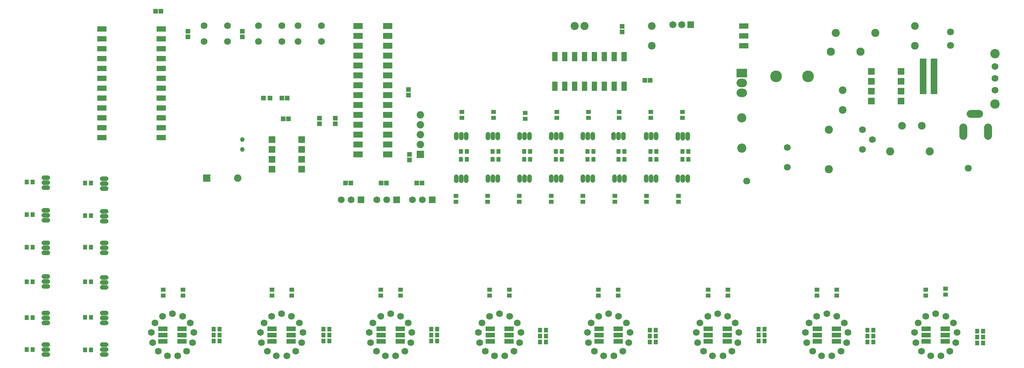
<source format=gts>
G04 ---------------------------- Layer name :TOP SOLDER LAYER*
G04 EasyEDA v5.7.26, Tue, 02 Oct 2018 14:10:42 GMT*
G04 d626412caae04d108c206bade24e6f6f*
G04 Gerber Generator version 0.2*
G04 Scale: 100 percent, Rotated: No, Reflected: No *
G04 Dimensions in millimeters *
G04 leading zeros omitted , absolute positions ,3 integer and 3 decimal *
%FSLAX33Y33*%
%MOMM*%
G90*
G71D02*

%ADD13C,1.203198*%
%ADD15C,1.803197*%
%ADD16R,1.303198X1.203198*%
%ADD17R,1.203198X1.303198*%
%ADD18R,1.803400X2.004060*%
%ADD19R,1.295400X1.193800*%
%ADD20R,1.117600X1.219200*%
%ADD21R,1.219200X1.117600*%
%ADD22R,2.403196X1.303198*%
%ADD23C,1.816100*%
%ADD24R,1.816100X1.816100*%
%ADD25C,2.082800*%
%ADD26R,1.903197X1.903197*%
%ADD27C,1.903197*%
%ADD28C,1.727200*%
%ADD29C,2.108200*%
%ADD30R,2.703195X2.203196*%
%ADD31C,2.362200*%
%ADD32C,1.981200*%
%ADD33C,3.003296*%
%ADD34R,1.727200X1.727200*%
%ADD35R,2.385060X1.414780*%
%ADD36C,2.403196*%
%ADD37R,1.803400X1.803400*%
%ADD38R,1.414780X2.385060*%
%ADD39R,2.402840X1.602740*%
%ADD40C,2.203196*%
%ADD41C,2.003196*%

%LPD*%
G54D13*
G01X181990Y55507D02*
G01X181990Y56506D01*
G01X180720Y55507D02*
G01X180720Y56506D01*
G01X179450Y55507D02*
G01X179450Y56506D01*
G01X179452Y67427D02*
G01X179452Y66427D01*
G01X180722Y67427D02*
G01X180722Y66427D01*
G01X181992Y67427D02*
G01X181992Y66427D01*
G01X171322Y67428D02*
G01X171322Y66429D01*
G01X172592Y67428D02*
G01X172592Y66429D01*
G01X173862Y67428D02*
G01X173862Y66429D01*
G01X162940Y67428D02*
G01X162940Y66429D01*
G01X164210Y67428D02*
G01X164210Y66429D01*
G01X165480Y67428D02*
G01X165480Y66429D01*
G01X155066Y67428D02*
G01X155066Y66429D01*
G01X156336Y67428D02*
G01X156336Y66429D01*
G01X157606Y67428D02*
G01X157606Y66429D01*
G01X146938Y67428D02*
G01X146938Y66429D01*
G01X148208Y67428D02*
G01X148208Y66429D01*
G01X149478Y67428D02*
G01X149478Y66429D01*
G01X138810Y67428D02*
G01X138810Y66429D01*
G01X140080Y67428D02*
G01X140080Y66429D01*
G01X141350Y67428D02*
G01X141350Y66429D01*
G01X130682Y67428D02*
G01X130682Y66429D01*
G01X131952Y67428D02*
G01X131952Y66429D01*
G01X133222Y67428D02*
G01X133222Y66429D01*
G01X122554Y67428D02*
G01X122554Y66429D01*
G01X123824Y67428D02*
G01X123824Y66429D01*
G01X125094Y67428D02*
G01X125094Y66429D01*
G01X173860Y55508D02*
G01X173860Y56508D01*
G01X172590Y55508D02*
G01X172590Y56508D01*
G01X171320Y55508D02*
G01X171320Y56508D01*
G01X165732Y55508D02*
G01X165732Y56508D01*
G01X164462Y55508D02*
G01X164462Y56508D01*
G01X163192Y55508D02*
G01X163192Y56508D01*
G01X157604Y55508D02*
G01X157604Y56508D01*
G01X156334Y55508D02*
G01X156334Y56508D01*
G01X155064Y55508D02*
G01X155064Y56508D01*
G01X149476Y55508D02*
G01X149476Y56508D01*
G01X148206Y55508D02*
G01X148206Y56508D01*
G01X146936Y55508D02*
G01X146936Y56508D01*
G01X141348Y55508D02*
G01X141348Y56508D01*
G01X140078Y55508D02*
G01X140078Y56508D01*
G01X138808Y55508D02*
G01X138808Y56508D01*
G01X133220Y55508D02*
G01X133220Y56508D01*
G01X131950Y55508D02*
G01X131950Y56508D01*
G01X130680Y55508D02*
G01X130680Y56508D01*
G01X125096Y55505D02*
G01X125096Y56505D01*
G01X123826Y55505D02*
G01X123826Y56505D01*
G01X122556Y55505D02*
G01X122556Y56505D01*
G01X17649Y47876D02*
G01X16649Y47876D01*
G01X17649Y46606D02*
G01X16649Y46606D01*
G01X17649Y45336D02*
G01X16649Y45336D01*
G01X17649Y56257D02*
G01X16649Y56257D01*
G01X17649Y54987D02*
G01X16649Y54987D01*
G01X17649Y53717D02*
G01X16649Y53717D01*
G01X32633Y47622D02*
G01X31633Y47622D01*
G01X32633Y46352D02*
G01X31633Y46352D01*
G01X32633Y45082D02*
G01X31633Y45082D01*
G01X32633Y56004D02*
G01X31633Y56004D01*
G01X32633Y54734D02*
G01X31633Y54734D01*
G01X32633Y53464D02*
G01X31633Y53464D01*
G01X32633Y30605D02*
G01X31633Y30605D01*
G01X32633Y29335D02*
G01X31633Y29335D01*
G01X32633Y28065D02*
G01X31633Y28065D01*
G01X17649Y30857D02*
G01X16649Y30857D01*
G01X17649Y29587D02*
G01X16649Y29587D01*
G01X17649Y28317D02*
G01X16649Y28317D01*
G01X32633Y21461D02*
G01X31633Y21461D01*
G01X32633Y20191D02*
G01X31633Y20191D01*
G01X32633Y18921D02*
G01X31633Y18921D01*
G01X17649Y21461D02*
G01X16649Y21461D01*
G01X17649Y20191D02*
G01X16649Y20191D01*
G01X17649Y18921D02*
G01X16649Y18921D01*
G01X32633Y13335D02*
G01X31633Y13335D01*
G01X32633Y12065D02*
G01X31633Y12065D01*
G01X32633Y10795D02*
G01X31633Y10795D01*
G01X17649Y13331D02*
G01X16649Y13331D01*
G01X17649Y12061D02*
G01X16649Y12061D01*
G01X17649Y10791D02*
G01X16649Y10791D01*
G01X17649Y39494D02*
G01X16649Y39494D01*
G01X17649Y38224D02*
G01X16649Y38224D01*
G01X17649Y36954D02*
G01X16649Y36954D01*
G01X32633Y39495D02*
G01X31633Y39495D01*
G01X32633Y38225D02*
G01X31633Y38225D01*
G01X32633Y36955D02*
G01X31633Y36955D01*
G54D40*
G01X196085Y78103D02*
G01X195585Y78103D01*
G01X196085Y80643D02*
G01X195585Y80643D01*
G54D41*
G01X252731Y69170D02*
G01X252731Y66970D01*
G01X256828Y72617D02*
G01X254628Y72617D01*
G01X259081Y66970D02*
G01X259081Y69170D01*
G54D16*
G01X87376Y71525D03*
G01X87376Y70125D03*
G01X91437Y71527D03*
G01X91437Y70128D03*
G54D23*
G01X178184Y95627D03*
G01X180470Y95627D03*
G54D24*
G01X182756Y95627D03*
G54D25*
G01X155449Y95248D03*
G01X152909Y95248D03*
G54D16*
G01X165097Y95147D03*
G01X165097Y93747D03*
G01X110490Y60803D03*
G01X110490Y62203D03*
G01X67566Y93877D03*
G01X67566Y92477D03*
G01X53596Y93874D03*
G01X53596Y92475D03*
G54D26*
G01X113287Y62226D03*
G54D27*
G01X113287Y64766D03*
G01X113287Y67306D03*
G01X113287Y69846D03*
G01X113287Y72386D03*
G54D28*
G01X81884Y91313D03*
G01X87883Y91313D03*
G01X81884Y95313D03*
G01X87883Y95313D03*
G01X71726Y91311D03*
G01X77725Y91311D03*
G01X71726Y95311D03*
G01X77725Y95311D03*
G01X57756Y91311D03*
G01X63755Y91311D03*
G01X57756Y95311D03*
G01X63755Y95311D03*
G54D25*
G01X244093Y62992D03*
G01X233933Y62992D03*
G01X218187Y68578D03*
G01X218187Y58418D03*
G01X219965Y93470D03*
G01X230125Y93470D03*
G54D29*
G01X226315Y88644D03*
G01X218695Y88644D03*
G54D30*
G01X195834Y83182D03*
G54D31*
G01X195833Y71628D03*
G01X195833Y63881D03*
G54D28*
G01X217681Y21244D03*
G01X220241Y20614D03*
G01X222210Y18864D03*
G01X223142Y16405D03*
G01X222822Y13794D03*
G01X221331Y11625D03*
G01X219002Y10406D03*
G01X216360Y10406D03*
G01X214031Y11625D03*
G01X212540Y13794D03*
G01X212220Y16405D03*
G01X213152Y18864D03*
G01X215121Y20614D03*
G01X189681Y21244D03*
G01X192241Y20614D03*
G01X194210Y18864D03*
G01X195142Y16405D03*
G01X194822Y13794D03*
G01X193331Y11625D03*
G01X191002Y10406D03*
G01X188360Y10406D03*
G01X186031Y11625D03*
G01X184540Y13794D03*
G01X184220Y16405D03*
G01X185152Y18864D03*
G01X187121Y20614D03*
G01X161681Y21244D03*
G01X164241Y20614D03*
G01X166210Y18864D03*
G01X167142Y16405D03*
G01X166822Y13794D03*
G01X165331Y11625D03*
G01X163002Y10406D03*
G01X160360Y10406D03*
G01X158031Y11625D03*
G01X156540Y13794D03*
G01X156220Y16405D03*
G01X157152Y18864D03*
G01X159121Y20614D03*
G01X133681Y21244D03*
G01X136242Y20614D03*
G01X138210Y18864D03*
G01X139142Y16405D03*
G01X138822Y13794D03*
G01X137331Y11625D03*
G01X135002Y10406D03*
G01X132360Y10406D03*
G01X130031Y11625D03*
G01X128540Y13794D03*
G01X128220Y16405D03*
G01X129152Y18864D03*
G01X131121Y20614D03*
G01X77681Y21244D03*
G01X80242Y20614D03*
G01X82210Y18864D03*
G01X83142Y16405D03*
G01X82822Y13794D03*
G01X81331Y11625D03*
G01X79002Y10406D03*
G01X76361Y10406D03*
G01X74031Y11625D03*
G01X72540Y13794D03*
G01X72220Y16405D03*
G01X73153Y18864D03*
G01X75121Y20614D03*
G01X49681Y21244D03*
G01X52242Y20614D03*
G01X54210Y18864D03*
G01X55142Y16405D03*
G01X54822Y13794D03*
G01X53331Y11625D03*
G01X51002Y10406D03*
G01X48361Y10406D03*
G01X46031Y11625D03*
G01X44540Y13794D03*
G01X44220Y16405D03*
G01X45153Y18864D03*
G01X47121Y20614D03*
G01X105681Y21244D03*
G01X108242Y20614D03*
G01X110210Y18864D03*
G01X111142Y16405D03*
G01X110822Y13794D03*
G01X109331Y11625D03*
G01X107002Y10406D03*
G01X104360Y10406D03*
G01X102031Y11625D03*
G01X100540Y13794D03*
G01X100220Y16405D03*
G01X101152Y18864D03*
G01X103121Y20614D03*
G01X245681Y21244D03*
G01X248241Y20614D03*
G01X250210Y18864D03*
G01X251142Y16405D03*
G01X250822Y13794D03*
G01X249331Y11625D03*
G01X247002Y10406D03*
G01X244360Y10406D03*
G01X242031Y11625D03*
G01X240540Y13794D03*
G01X240220Y16405D03*
G01X241152Y18864D03*
G01X243121Y20614D03*
G54D32*
G01X236981Y69596D03*
G01X242061Y69596D03*
G01X221743Y78738D03*
G01X221743Y73658D03*
G54D28*
G01X207517Y64008D03*
G01X207517Y58928D03*
G54D15*
G01X249429Y93724D03*
G01X249429Y90224D03*
G54D32*
G01X240285Y90168D03*
G01X240285Y95248D03*
G54D28*
G01X226823Y63498D03*
G01X229363Y66038D03*
G01X226823Y68578D03*
G54D33*
G01X212851Y82296D03*
G01X204651Y82296D03*
G54D34*
G01X107190Y50543D03*
G54D28*
G01X104649Y50544D03*
G01X102109Y50544D03*
G54D34*
G01X98046Y50543D03*
G54D28*
G01X95505Y50546D03*
G01X92965Y50546D03*
G54D17*
G01X103226Y54860D03*
G01X104626Y54860D03*
G01X112370Y54860D03*
G01X113770Y54860D03*
G01X94082Y54860D03*
G01X95482Y54860D03*
G54D35*
G01X196345Y95246D03*
G01X196345Y90166D03*
G01X196345Y92706D03*
G54D28*
G01X260857Y81788D03*
G01X260857Y78740D03*
G01X260857Y84836D03*
G54D36*
G01X260857Y75184D03*
G01X260857Y88138D03*
G54D13*
G01X67565Y63498D03*
G01X67565Y66038D03*
G54D37*
G01X229108Y83566D03*
G01X229108Y81026D03*
G01X229108Y78486D03*
G01X229108Y75946D03*
G01X236728Y75946D03*
G01X236728Y78486D03*
G01X236728Y81026D03*
G01X236728Y83566D03*
G54D35*
G01X31498Y94486D03*
G01X31498Y91946D03*
G01X31498Y79246D03*
G01X31498Y76706D03*
G01X31498Y89406D03*
G01X31498Y86866D03*
G01X31498Y81786D03*
G01X31498Y84326D03*
G01X31498Y74166D03*
G01X31498Y71626D03*
G01X31498Y69086D03*
G01X31498Y66546D03*
G01X46738Y66546D03*
G01X46738Y69086D03*
G01X46738Y71626D03*
G01X46738Y74166D03*
G01X46738Y76706D03*
G01X46738Y79246D03*
G01X46738Y81786D03*
G01X46738Y84326D03*
G01X46738Y86866D03*
G01X46738Y89406D03*
G01X46738Y91946D03*
G01X46738Y94486D03*
G54D38*
G01X165606Y87377D03*
G01X163066Y87377D03*
G01X150366Y87377D03*
G01X147826Y87377D03*
G01X160526Y87377D03*
G01X157986Y87377D03*
G01X152906Y87377D03*
G01X155446Y87377D03*
G01X147826Y79757D03*
G01X150366Y79757D03*
G01X152906Y79757D03*
G01X155446Y79757D03*
G01X157986Y79757D03*
G01X160526Y79757D03*
G01X163066Y79757D03*
G01X165606Y79757D03*
G54D26*
G01X58421Y56131D03*
G54D27*
G01X66422Y56131D03*
G54D18*
G01X245237Y84075D03*
G01X242443Y84075D03*
G01X245237Y85853D03*
G01X242443Y85853D03*
G01X245237Y82297D03*
G01X242443Y82297D03*
G01X245239Y80516D03*
G01X242445Y80516D03*
G01X245237Y78741D03*
G01X242443Y78741D03*
G54D32*
G01X172721Y95248D03*
G01X172721Y90168D03*
G54D17*
G01X172366Y81278D03*
G01X170967Y81278D03*
G01X45313Y99058D03*
G01X46713Y99058D03*
G54D16*
G01X110234Y78893D03*
G01X110234Y77494D03*
G54D37*
G01X75186Y66037D03*
G01X75186Y63497D03*
G01X75186Y60957D03*
G01X75186Y58417D03*
G01X82806Y58417D03*
G01X82806Y60957D03*
G01X82806Y63497D03*
G01X82806Y66037D03*
G54D17*
G01X78079Y71372D03*
G01X79479Y71372D03*
G54D19*
G01X74729Y76730D03*
G01X73027Y76730D03*
G54D17*
G01X79147Y76708D03*
G01X77748Y76708D03*
G54D39*
G01X104902Y62228D03*
G01X104902Y64768D03*
G01X104902Y67308D03*
G01X104902Y69848D03*
G01X104902Y72388D03*
G01X104902Y74928D03*
G01X104902Y77468D03*
G01X104902Y80008D03*
G01X104902Y82548D03*
G01X104902Y85088D03*
G01X104902Y87628D03*
G01X104902Y90168D03*
G01X104902Y92708D03*
G01X104902Y95248D03*
G01X97282Y95248D03*
G01X97282Y92708D03*
G01X97282Y90168D03*
G01X97282Y87628D03*
G01X97282Y85088D03*
G01X97282Y82548D03*
G01X97282Y80008D03*
G01X97282Y77468D03*
G01X97282Y74928D03*
G01X97282Y72388D03*
G01X97282Y69848D03*
G01X97282Y67308D03*
G01X97282Y64768D03*
G01X97282Y62228D03*
G54D20*
G01X182123Y60957D03*
G01X180594Y60957D03*
G01X173921Y60960D03*
G01X172392Y60960D03*
G01X165722Y60960D03*
G01X164193Y60960D03*
G01X157736Y60960D03*
G01X156207Y60960D03*
G01X149608Y60960D03*
G01X148079Y60960D03*
G01X141480Y60960D03*
G01X139951Y60960D03*
G01X133355Y60957D03*
G01X131826Y60957D03*
G01X125224Y60960D03*
G01X123695Y60960D03*
G54D21*
G01X179580Y51562D03*
G01X179580Y50032D03*
G01X171411Y51562D03*
G01X171411Y50032D03*
G01X163248Y51562D03*
G01X163248Y50032D03*
G01X155082Y51562D03*
G01X155082Y50032D03*
G01X146918Y51562D03*
G01X146918Y50032D03*
G01X138755Y51562D03*
G01X138755Y50032D03*
G01X130591Y51562D03*
G01X130591Y50032D03*
G01X122428Y51562D03*
G01X122428Y50032D03*
G01X180596Y73152D03*
G01X180596Y71622D03*
G01X172466Y73154D03*
G01X172466Y71625D03*
G01X164338Y73154D03*
G01X164338Y71625D03*
G01X156464Y73154D03*
G01X156464Y71625D03*
G01X148336Y73154D03*
G01X148336Y71625D03*
G01X140208Y72900D03*
G01X140208Y71371D03*
G01X132080Y73154D03*
G01X132080Y71625D03*
G01X123954Y73152D03*
G01X123954Y71622D03*
G01X248160Y26154D03*
G01X248160Y27683D03*
G01X243141Y25900D03*
G01X243141Y27429D03*
G01X220220Y25902D03*
G01X220220Y27432D03*
G01X215140Y25905D03*
G01X215140Y27434D03*
G01X192280Y25902D03*
G01X192280Y27432D03*
G01X187200Y25900D03*
G01X187200Y27429D03*
G01X164084Y25902D03*
G01X164084Y27432D03*
G01X159067Y25900D03*
G01X159067Y27429D03*
G01X136146Y25902D03*
G01X136146Y27432D03*
G01X131127Y25900D03*
G01X131127Y27429D03*
G01X108204Y25902D03*
G01X108204Y27432D03*
G01X103187Y25900D03*
G01X103187Y27429D03*
G01X75186Y25905D03*
G01X75186Y27434D03*
G01X52326Y25902D03*
G01X52326Y27432D03*
G01X47246Y25902D03*
G01X47246Y27432D03*
G54D20*
G01X12192Y46730D03*
G01X13721Y46730D03*
G01X27178Y46476D03*
G01X28707Y46476D03*
G01X12192Y55115D03*
G01X13721Y55115D03*
G01X27178Y54861D03*
G01X28707Y54861D03*
G01X27178Y29461D03*
G01X28707Y29461D03*
G01X12189Y29464D03*
G01X13718Y29464D03*
G01X27178Y20320D03*
G01X28707Y20320D03*
G01X12192Y20215D03*
G01X13721Y20215D03*
G01X27178Y11986D03*
G01X28707Y11986D03*
G01X12192Y12034D03*
G01X13721Y12034D03*
G01X12189Y38354D03*
G01X13718Y38354D03*
G01X27178Y38351D03*
G01X28707Y38351D03*
G54D21*
G01X80266Y25902D03*
G01X80266Y27432D03*
G54D20*
G01X182120Y62992D03*
G01X180591Y62992D03*
G01X173918Y62992D03*
G01X172389Y62992D03*
G01X165719Y62992D03*
G01X164190Y62992D03*
G01X157736Y62992D03*
G01X156207Y62992D03*
G01X149611Y62989D03*
G01X148082Y62989D03*
G01X141480Y62992D03*
G01X139951Y62992D03*
G01X133352Y62992D03*
G01X131823Y62992D03*
G01X125227Y62989D03*
G01X123698Y62989D03*
G01X201744Y15740D03*
G01X200215Y15740D03*
G01X173804Y15488D03*
G01X172275Y15488D03*
G01X61790Y15742D03*
G01X60261Y15742D03*
G01X145613Y15483D03*
G01X144084Y15483D03*
G01X117604Y15748D03*
G01X116075Y15748D03*
G01X89918Y15748D03*
G01X88389Y15748D03*
G01X257812Y15240D03*
G01X256282Y15240D03*
G01X229679Y15488D03*
G01X228150Y15488D03*
G54D22*
G01X220130Y14142D03*
G01X220130Y15742D03*
G01X220130Y17342D03*
G01X215230Y17342D03*
G01X215230Y15742D03*
G01X215230Y14142D03*
G01X248131Y14142D03*
G01X248131Y15742D03*
G01X248131Y17342D03*
G01X243231Y17342D03*
G01X243231Y15742D03*
G01X243231Y14142D03*
G01X192132Y14142D03*
G01X192132Y15742D03*
G01X192132Y17342D03*
G01X187232Y17342D03*
G01X187232Y15742D03*
G01X187232Y14142D03*
G01X108131Y14142D03*
G01X108131Y15742D03*
G01X108131Y17342D03*
G01X103231Y17342D03*
G01X103231Y15742D03*
G01X103231Y14142D03*
G01X164131Y14142D03*
G01X164131Y15742D03*
G01X164131Y17342D03*
G01X159231Y17342D03*
G01X159231Y15742D03*
G01X159231Y14142D03*
G01X136130Y14142D03*
G01X136130Y15742D03*
G01X136130Y17342D03*
G01X131230Y17342D03*
G01X131230Y15742D03*
G01X131230Y14142D03*
G01X80130Y14142D03*
G01X80130Y15742D03*
G01X80130Y17342D03*
G01X75230Y17342D03*
G01X75230Y15742D03*
G01X75230Y14142D03*
G01X52132Y14142D03*
G01X52132Y15742D03*
G01X52132Y17342D03*
G01X47232Y17342D03*
G01X47232Y15742D03*
G01X47232Y14142D03*
G54D20*
G01X257812Y13716D03*
G01X256282Y13716D03*
G01X257812Y16764D03*
G01X256282Y16764D03*
G01X229620Y17016D03*
G01X228090Y17016D03*
G01X229615Y13970D03*
G01X228086Y13970D03*
G01X201680Y14222D03*
G01X200151Y14222D03*
G01X201678Y17272D03*
G01X200148Y17272D03*
G01X173738Y17018D03*
G01X172209Y17018D03*
G01X173738Y13970D03*
G01X172209Y13970D03*
G01X145546Y13968D03*
G01X144017Y13968D03*
G01X145544Y17018D03*
G01X144015Y17018D03*
G01X117604Y17279D03*
G01X116075Y17279D03*
G01X117604Y14231D03*
G01X116075Y14231D03*
G01X89918Y14224D03*
G01X88389Y14224D03*
G01X89918Y17272D03*
G01X88389Y17272D03*
G01X61726Y14222D03*
G01X60197Y14222D03*
G01X61724Y17272D03*
G01X60195Y17272D03*
G54D34*
G01X116332Y50546D03*
G54D28*
G01X113791Y50546D03*
G01X111251Y50546D03*
G54D15*
G01X254001Y58672D03*
G01X197102Y55373D03*
M00*
M02*

</source>
